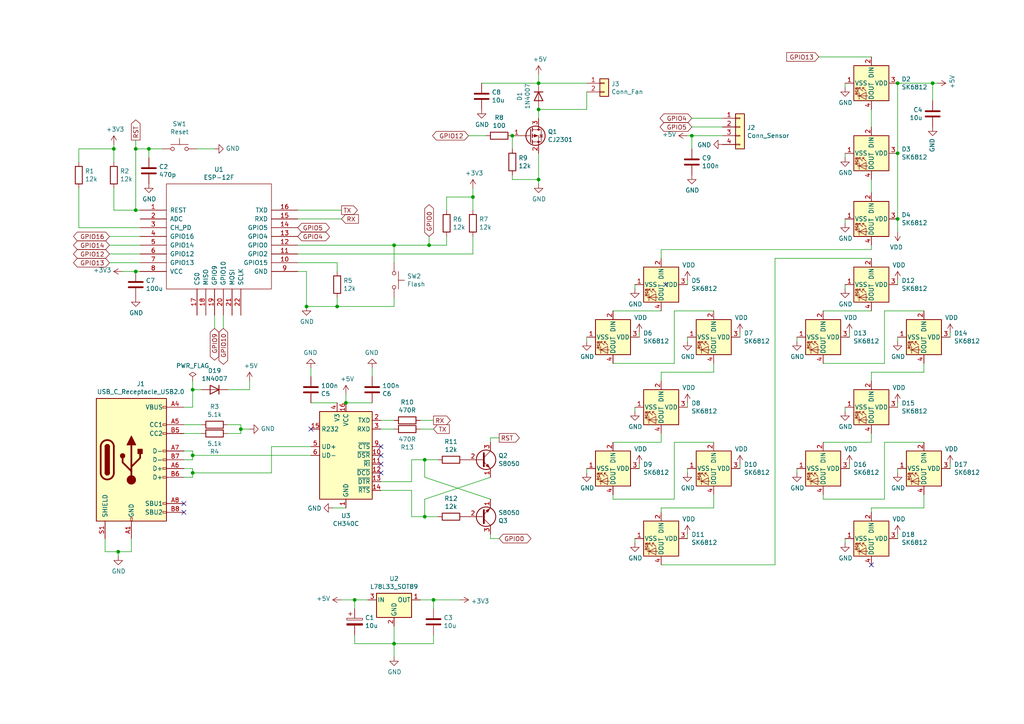
<source format=kicad_sch>
(kicad_sch (version 20230121) (generator eeschema)
  (paper "A4")
  (lib_symbols
    (symbol "Connector:USB_C_Receptacle_USB2.0" (pin_names (offset 1.016))
      (property "Reference" "J" (at -10.16 19.05 0))
      (property "Value" "USB_C_Receptacle_USB2.0" (at 19.05 19.05 0))
      (symbol "USB_C_Receptacle_USB2.0_1_1"
        (pin passive line (at 0 -22.86 90) (length 5.08) (name "GND") (number "A1"))
        (pin passive line (at 0 -22.86 90) (length 5.08) hide (name "GND") (number "A12"))
        (pin passive line (at 15.24 15.24 180) (length 5.08) (name "VBUS") (number "A4"))
        (pin bidirectional line (at 15.24 10.16 180) (length 5.08) (name "CC1") (number "A5"))
        (pin bidirectional line (at 15.24 -2.54 180) (length 5.08) (name "D+") (number "A6"))
        (pin bidirectional line (at 15.24 2.54 180) (length 5.08) (name "D-") (number "A7"))
        (pin bidirectional line (at 15.24 -12.7 180) (length 5.08) (name "SBU1") (number "A8"))
        (pin passive line (at 15.24 15.24 180) (length 5.08) hide (name "VBUS") (number "A9"))
        (pin passive line (at 0 -22.86 90) (length 5.08) hide (name "GND") (number "B1"))
        (pin passive line (at 0 -22.86 90) (length 5.08) hide (name "GND") (number "B12"))
        (pin passive line (at 15.24 15.24 180) (length 5.08) hide (name "VBUS") (number "B4"))
        (pin bidirectional line (at 15.24 7.62 180) (length 5.08) (name "CC2") (number "B5"))
        (pin bidirectional line (at 15.24 -5.08 180) (length 5.08) (name "D+") (number "B6"))
        (pin bidirectional line (at 15.24 0 180) (length 5.08) (name "D-") (number "B7"))
        (pin bidirectional line (at 15.24 -15.24 180) (length 5.08) (name "SBU2") (number "B8"))
        (pin passive line (at 15.24 15.24 180) (length 5.08) hide (name "VBUS") (number "B9"))
        (pin passive line (at -7.62 -22.86 90) (length 5.08) (name "SHIELD") (number "S1"))
      )
    )
    (symbol "Connector_Generic:Conn_01x02" (pin_names (offset 1.016) hide)
      (property "Reference" "J" (at 0 2.54 0))
      (property "Value" "Conn_01x02" (at 0 -5.08 0))
      (symbol "Conn_01x02_1_1"
        (pin passive line (at -5.08 0 0) (length 3.81) (name "Pin_1") (number "1"))
        (pin passive line (at -5.08 -2.54 0) (length 3.81) (name "Pin_2") (number "2"))
      )
    )
    (symbol "Connector_Generic:Conn_01x04" (pin_names (offset 1.016) hide)
      (property "Reference" "J" (at 0 5.08 0))
      (property "Value" "Conn_01x04" (at 0 -7.62 0))
      (symbol "Conn_01x04_1_1"
        (pin passive line (at -5.08 2.54 0) (length 3.81) (name "Pin_1") (number "1"))
        (pin passive line (at -5.08 0 0) (length 3.81) (name "Pin_2") (number "2"))
        (pin passive line (at -5.08 -2.54 0) (length 3.81) (name "Pin_3") (number "3"))
        (pin passive line (at -5.08 -5.08 0) (length 3.81) (name "Pin_4") (number "4"))
      )
    )
    (symbol "Device:C" (pin_numbers hide) (pin_names (offset 0.254))
      (property "Reference" "C" (at 0.635 2.54 0))
      (property "Value" "C" (at 0.635 -2.54 0))
      (symbol "C_1_1"
        (pin passive line (at 0 3.81 270) (length 2.794) (name "~") (number "1"))
        (pin passive line (at 0 -3.81 90) (length 2.794) (name "~") (number "2"))
      )
    )
    (symbol "Device:Q_PMOS_GSD" (pin_names (offset 0) hide)
      (property "Reference" "Q" (at 5.08 1.27 0))
      (property "Value" "Q_PMOS_GSD" (at 5.08 -1.27 0))
      (symbol "Q_PMOS_GSD_1_1"
        (pin input line (at -5.08 0 0) (length 2.54) (name "G") (number "1"))
        (pin passive line (at 2.54 -5.08 90) (length 2.54) (name "S") (number "2"))
        (pin passive line (at 2.54 5.08 270) (length 2.54) (name "D") (number "3"))
      )
    )
    (symbol "Device:R" (pin_numbers hide) (pin_names (offset 0))
      (property "Reference" "R" (at 2.032 0 90))
      (property "Value" "R" (at 0 0 90))
      (symbol "R_1_1"
        (pin passive line (at 0 3.81 270) (length 1.27) (name "~") (number "1"))
        (pin passive line (at 0 -3.81 90) (length 1.27) (name "~") (number "2"))
      )
    )
    (symbol "Diode:1N4007" (pin_numbers hide) (pin_names hide)
      (property "Reference" "D" (at 0 2.54 0))
      (property "Value" "1N4007" (at 0 -2.54 0))
      (symbol "1N4007_1_1"
        (pin passive line (at -3.81 0 0) (length 2.54) (name "K") (number "1"))
        (pin passive line (at 3.81 0 180) (length 2.54) (name "A") (number "2"))
      )
    )
    (symbol "Interface_USB:CH340C"
      (property "Reference" "U" (at -5.08 13.97 0))
      (property "Value" "CH340C" (at 1.27 13.97 0))
      (symbol "CH340C_1_1"
        (pin power_in line (at 0 -15.24 90) (length 2.54) (name "GND") (number "1"))
        (pin input line (at 10.16 0 180) (length 2.54) (name "~{DSR}") (number "10"))
        (pin input line (at 10.16 -2.54 180) (length 2.54) (name "~{RI}") (number "11"))
        (pin input line (at 10.16 -5.08 180) (length 2.54) (name "~{DCD}") (number "12"))
        (pin output line (at 10.16 -7.62 180) (length 2.54) (name "~{DTR}") (number "13"))
        (pin output line (at 10.16 -10.16 180) (length 2.54) (name "~{RTS}") (number "14"))
        (pin input line (at -10.16 7.62 0) (length 2.54) (name "R232") (number "15"))
        (pin power_in line (at 0 15.24 270) (length 2.54) (name "VCC") (number "16"))
        (pin output line (at 10.16 10.16 180) (length 2.54) (name "TXD") (number "2"))
        (pin input line (at 10.16 7.62 180) (length 2.54) (name "RXD") (number "3"))
        (pin passive line (at -2.54 15.24 270) (length 2.54) (name "V3") (number "4"))
        (pin bidirectional line (at -10.16 2.54 0) (length 2.54) (name "UD+") (number "5"))
        (pin bidirectional line (at -10.16 0 0) (length 2.54) (name "UD-") (number "6"))
        (pin no_connect line (at -7.62 -7.62 0) (length 2.54) hide (name "NC") (number "7"))
        (pin no_connect line (at -7.62 -10.16 0) (length 2.54) hide (name "NC") (number "8"))
        (pin input line (at 10.16 2.54 180) (length 2.54) (name "~{CTS}") (number "9"))
      )
    )
    (symbol "LED:SK6812" (pin_names (offset 0.254))
      (property "Reference" "D" (at 5.08 5.715 0))
      (property "Value" "SK6812" (at 1.27 -5.715 0))
      (symbol "SK6812_0_0"
        (text "RGB" (at 2.286 -4.191 0) (effects (font (size 0.762 0.762))))
      )
      (symbol "SK6812_1_1"
        (pin power_in line (at 0 -7.62 90) (length 2.54) (name "VSS") (number "1"))
        (pin input line (at -7.62 0 0) (length 2.54) (name "DIN") (number "2"))
        (pin power_in line (at 0 7.62 270) (length 2.54) (name "VDD") (number "3"))
        (pin output line (at 7.62 0 180) (length 2.54) (name "DOUT") (number "4"))
      )
    )
    (symbol "Regulator_Linear:L78L33_SOT89" (pin_names (offset 0.254))
      (property "Reference" "U" (at -3.81 3.175 0))
      (property "Value" "L78L33_SOT89" (at -0.635 3.175 0))
      (symbol "L78L33_SOT89_1_1"
        (pin power_out line (at 7.62 0 180) (length 2.54) (name "OUT") (number "1"))
        (pin power_in line (at 0 -7.62 90) (length 2.54) (name "GND") (number "2"))
        (pin power_in line (at -7.62 0 0) (length 2.54) (name "IN") (number "3"))
      )
    )
    (symbol "Switch:SW_Push" (pin_numbers hide) (pin_names (offset 1.016) hide)
      (property "Reference" "SW" (at 1.27 2.54 0))
      (property "Value" "SW_Push" (at 0 -1.524 0))
      (symbol "SW_Push_0_1"
        (pin passive line (at -5.08 0 0) (length 2.54) (name "1") (number "1"))
        (pin passive line (at 5.08 0 180) (length 2.54) (name "2") (number "2"))
      )
    )
    (symbol "Transistor_BJT:S8050" (pin_names (offset 0) hide)
      (property "Reference" "Q" (at 5.08 1.905 0))
      (property "Value" "S8050" (at 5.08 0 0))
      (symbol "S8050_1_1"
        (pin passive line (at 2.54 -5.08 90) (length 2.54) (name "E") (number "1"))
        (pin input line (at -5.08 0 0) (length 5.08) (name "B") (number "2"))
        (pin passive line (at 2.54 5.08 270) (length 2.54) (name "C") (number "3"))
      )
    )
    (symbol "espriktning-rescue:+3.3V-power" (power) (pin_names (offset 0))
      (property "Value" "+3.3V-power" (at 0 3.556 0))
      (symbol "+3.3V-power_1_1"
        (pin power_in line (at 0 0 90) (length 0) hide (name "+3V3") (number "1"))
      )
    )
    (symbol "espriktning-rescue:CP-Device" (pin_numbers hide) (pin_names (offset 0.254))
      (property "Reference" "C" (at 0.635 2.54 0))
      (property "Value" "Device_CP" (at 0.635 -2.54 0))
      (symbol "CP-Device_1_1"
        (pin passive line (at 0 3.81 270) (length 2.794) (name "~") (number "1"))
        (pin passive line (at 0 -3.81 90) (length 2.794) (name "~") (number "2"))
      )
    )
    (symbol "espriktning-rescue:ESP-12F-ESP8266" (pin_names (offset 1.016))
      (property "Reference" "U" (at 0 -2.54 0))
      (property "Value" "ESP8266_ESP-12F" (at 0 2.54 0))
      (symbol "ESP-12F-ESP8266_1_1"
        (pin input line (at -22.86 7.62 0) (length 7.62) (name "REST") (number "1"))
        (pin bidirectional line (at 22.86 -7.62 180) (length 7.62) (name "GPIO15") (number "10"))
        (pin bidirectional line (at 22.86 -5.08 180) (length 7.62) (name "GPIO2") (number "11"))
        (pin bidirectional line (at 22.86 -2.54 180) (length 7.62) (name "GPIO0") (number "12"))
        (pin bidirectional line (at 22.86 0 180) (length 7.62) (name "GPIO4") (number "13"))
        (pin bidirectional line (at 22.86 2.54 180) (length 7.62) (name "GPIO5") (number "14"))
        (pin input line (at 22.86 5.08 180) (length 7.62) (name "RXD") (number "15"))
        (pin output line (at 22.86 7.62 180) (length 7.62) (name "TXD") (number "16"))
        (pin bidirectional line (at -6.35 -22.86 90) (length 7.62) (name "CS0") (number "17"))
        (pin bidirectional line (at -3.81 -22.86 90) (length 7.62) (name "MISO") (number "18"))
        (pin bidirectional line (at -1.27 -22.86 90) (length 7.62) (name "GPIO9") (number "19"))
        (pin passive line (at -22.86 5.08 0) (length 7.62) (name "ADC") (number "2"))
        (pin bidirectional line (at 1.27 -22.86 90) (length 7.62) (name "GPIO10") (number "20"))
        (pin bidirectional line (at 3.81 -22.86 90) (length 7.62) (name "MOSI") (number "21"))
        (pin bidirectional line (at 6.35 -22.86 90) (length 7.62) (name "SCLK") (number "22"))
        (pin input line (at -22.86 2.54 0) (length 7.62) (name "CH_PD") (number "3"))
        (pin bidirectional line (at -22.86 0 0) (length 7.62) (name "GPIO16") (number "4"))
        (pin bidirectional line (at -22.86 -2.54 0) (length 7.62) (name "GPIO14") (number "5"))
        (pin bidirectional line (at -22.86 -5.08 0) (length 7.62) (name "GPIO12") (number "6"))
        (pin bidirectional line (at -22.86 -7.62 0) (length 7.62) (name "GPIO13") (number "7"))
        (pin power_in line (at -22.86 -10.16 0) (length 7.62) (name "VCC") (number "8"))
        (pin power_in line (at 22.86 -10.16 180) (length 7.62) (name "GND") (number "9"))
      )
    )
    (symbol "power:+5V" (power) (pin_names (offset 0))
      (property "Value" "+5V" (at 0 3.556 0))
      (symbol "+5V_1_1"
        (pin power_in line (at 0 0 90) (length 0) hide (name "+5V") (number "1"))
      )
    )
    (symbol "power:GND" (power) (pin_names (offset 0))
      (property "Value" "GND" (at 0 -3.81 0))
      (symbol "GND_1_1"
        (pin power_in line (at 0 0 270) (length 0) hide (name "GND") (number "1"))
      )
    )
    (symbol "power:PWR_FLAG" (power) (pin_numbers hide) (pin_names (offset 0) hide)
      (property "Value" "PWR_FLAG" (at 0 3.81 0))
      (symbol "PWR_FLAG_0_0"
        (pin power_out line (at 0 0 90) (length 0) (name "pwr") (number "1"))
      )
    )
    (symbol "power:VDD" (power) (pin_names (offset 0))
      (property "Value" "VDD" (at 0 3.81 0))
      (symbol "VDD_1_1"
        (pin power_in line (at 0 0 90) (length 0) hide (name "VDD") (number "1"))
      )
    )
  )
  (junction (at 260.35 24.13))
  (junction (at 39.37 78.74))
  (junction (at 137.16 57.15))
  (junction (at 270.51 24.13))
  (junction (at 260.35 63.5))
  (junction (at 124.46 71.12))
  (junction (at 148.59 39.37))
  (junction (at 55.88 113.03))
  (junction (at 260.35 44.45))
  (junction (at 156.21 52.07))
  (junction (at 88.9 88.9))
  (junction (at 114.3 71.12))
  (junction (at 200.66 39.37))
  (junction (at 34.29 160.02))
  (junction (at 43.18 43.18))
  (junction (at 156.21 24.13))
  (junction (at 114.3 186.69))
  (junction (at 100.33 116.84))
  (junction (at 125.73 173.99))
  (junction (at 123.19 133.35))
  (junction (at 102.87 173.99))
  (junction (at 55.88 132.08))
  (junction (at 97.79 88.9))
  (junction (at 69.85 124.46))
  (junction (at 156.21 31.75))
  (junction (at 123.19 149.86))
  (junction (at 33.02 43.18))
  (junction (at 39.37 43.18))
  (junction (at 55.88 137.16))
  (junction (at 39.37 60.96))
  (no_connect (at 110.49 137.16))
  (no_connect (at 90.17 124.46))
  (no_connect (at 193.04 82.55))
  (no_connect (at 53.34 146.05))
  (no_connect (at 110.49 132.08))
  (no_connect (at 252.73 163.83))
  (no_connect (at 110.49 129.54))
  (no_connect (at 110.49 134.62))
  (no_connect (at 53.34 148.59))
  (wire (pts (xy 34.29 161.29) (xy 34.29 160.02)))
  (wire (pts (xy 40.64 73.66) (xy 31.75 73.66)))
  (wire (pts (xy 40.64 71.12) (xy 31.75 71.12)))
  (wire (pts (xy 53.34 118.11) (xy 55.88 118.11)))
  (wire (pts (xy 156.21 34.29) (xy 156.21 31.75)))
  (wire (pts (xy 142.24 127) (xy 144.78 127)))
  (wire (pts (xy 125.73 124.46) (xy 121.92 124.46)))
  (wire (pts (xy 252.73 128.27) (xy 238.76 128.27)))
  (wire (pts (xy 125.73 186.69) (xy 114.3 186.69)))
  (wire (pts (xy 86.36 60.96) (xy 99.06 60.96)))
  (wire (pts (xy 170.18 24.13) (xy 156.21 24.13)))
  (wire (pts (xy 267.97 105.41) (xy 267.97 107.95)))
  (wire (pts (xy 260.35 24.13) (xy 260.35 44.45)))
  (wire (pts (xy 252.73 147.32) (xy 252.73 148.59)))
  (wire (pts (xy 246.38 135.89) (xy 246.38 134.62)))
  (wire (pts (xy 66.04 123.19) (xy 69.85 123.19)))
  (wire (pts (xy 114.3 186.69) (xy 102.87 186.69)))
  (wire (pts (xy 125.73 121.92) (xy 121.92 121.92)))
  (wire (pts (xy 114.3 88.9) (xy 97.79 88.9)))
  (wire (pts (xy 252.73 125.73) (xy 252.73 128.27)))
  (wire (pts (xy 78.74 137.16) (xy 78.74 129.54)))
  (wire (pts (xy 114.3 71.12) (xy 124.46 71.12)))
  (wire (pts (xy 191.77 107.95) (xy 191.77 110.49)))
  (wire (pts (xy 102.87 176.53) (xy 102.87 173.99)))
  (wire (pts (xy 148.59 52.07) (xy 156.21 52.07)))
  (wire (pts (xy 102.87 186.69) (xy 102.87 184.15)))
  (wire (pts (xy 64.77 95.25) (xy 64.77 91.44)))
  (wire (pts (xy 156.21 44.45) (xy 156.21 52.07)))
  (wire (pts (xy 191.77 72.39) (xy 191.77 74.93)))
  (wire (pts (xy 142.24 128.27) (xy 142.24 127)))
  (wire (pts (xy 39.37 43.18) (xy 39.37 60.96)))
  (wire (pts (xy 69.85 123.19) (xy 69.85 124.46)))
  (wire (pts (xy 66.04 113.03) (xy 72.39 113.03)))
  (wire (pts (xy 124.46 71.12) (xy 129.54 71.12)))
  (wire (pts (xy 170.18 26.67) (xy 170.18 31.75)))
  (wire (pts (xy 260.35 63.5) (xy 260.35 67.31)))
  (wire (pts (xy 207.01 107.95) (xy 191.77 107.95)))
  (wire (pts (xy 97.79 88.9) (xy 88.9 88.9)))
  (wire (pts (xy 114.3 88.9) (xy 114.3 86.36)))
  (wire (pts (xy 137.16 57.15) (xy 137.16 54.61)))
  (wire (pts (xy 102.87 173.99) (xy 99.06 173.99)))
  (wire (pts (xy 275.59 135.89) (xy 275.59 134.62)))
  (wire (pts (xy 69.85 125.73) (xy 66.04 125.73)))
  (wire (pts (xy 86.36 76.2) (xy 97.79 76.2)))
  (wire (pts (xy 30.48 160.02) (xy 34.29 160.02)))
  (wire (pts (xy 62.23 43.18) (xy 57.15 43.18)))
  (wire (pts (xy 267.97 107.95) (xy 252.73 107.95)))
  (wire (pts (xy 260.35 97.79) (xy 260.35 99.06)))
  (wire (pts (xy 245.11 157.48) (xy 245.11 156.21)))
  (wire (pts (xy 156.21 52.07) (xy 156.21 53.34)))
  (wire (pts (xy 245.11 119.38) (xy 245.11 118.11)))
  (wire (pts (xy 137.16 73.66) (xy 137.16 68.58)))
  (wire (pts (xy 90.17 109.22) (xy 90.17 106.68)))
  (wire (pts (xy 55.88 110.49) (xy 55.88 113.03)))
  (wire (pts (xy 199.39 118.11) (xy 199.39 116.84)))
  (wire (pts (xy 34.29 160.02) (xy 38.1 160.02)))
  (wire (pts (xy 177.8 143.51) (xy 177.8 144.78)))
  (wire (pts (xy 267.97 147.32) (xy 252.73 147.32)))
  (wire (pts (xy 200.66 36.83) (xy 209.55 36.83)))
  (wire (pts (xy 55.88 133.35) (xy 53.34 133.35)))
  (wire (pts (xy 199.39 137.16) (xy 199.39 135.89)))
  (wire (pts (xy 156.21 24.13) (xy 139.7 24.13)))
  (wire (pts (xy 260.35 24.13) (xy 270.51 24.13)))
  (wire (pts (xy 256.54 90.17) (xy 267.97 90.17)))
  (wire (pts (xy 270.51 24.13) (xy 271.78 24.13)))
  (wire (pts (xy 252.73 36.83) (xy 252.73 31.75)))
  (wire (pts (xy 245.11 64.77) (xy 245.11 63.5)))
  (wire (pts (xy 39.37 60.96) (xy 40.64 60.96)))
  (wire (pts (xy 58.42 125.73) (xy 53.34 125.73)))
  (wire (pts (xy 58.42 113.03) (xy 55.88 113.03)))
  (wire (pts (xy 207.01 143.51) (xy 207.01 147.32)))
  (wire (pts (xy 119.38 133.35) (xy 123.19 133.35)))
  (wire (pts (xy 256.54 144.78) (xy 256.54 128.27)))
  (wire (pts (xy 30.48 156.21) (xy 30.48 160.02)))
  (wire (pts (xy 72.39 113.03) (xy 72.39 110.49)))
  (wire (pts (xy 238.76 143.51) (xy 238.76 144.78)))
  (wire (pts (xy 270.51 29.21) (xy 270.51 24.13)))
  (wire (pts (xy 123.19 133.35) (xy 127 133.35)))
  (wire (pts (xy 114.3 121.92) (xy 110.49 121.92)))
  (wire (pts (xy 129.54 57.15) (xy 137.16 57.15)))
  (wire (pts (xy 185.42 97.79) (xy 185.42 96.52)))
  (wire (pts (xy 55.88 138.43) (xy 53.34 138.43)))
  (wire (pts (xy 121.92 173.99) (xy 125.73 173.99)))
  (wire (pts (xy 256.54 128.27) (xy 267.97 128.27)))
  (wire (pts (xy 224.79 163.83) (xy 224.79 74.93)))
  (wire (pts (xy 86.36 73.66) (xy 137.16 73.66)))
  (wire (pts (xy 39.37 43.18) (xy 43.18 43.18)))
  (wire (pts (xy 114.3 124.46) (xy 110.49 124.46)))
  (wire (pts (xy 184.15 83.82) (xy 184.15 82.55)))
  (wire (pts (xy 100.33 147.32) (xy 96.52 147.32)))
  (wire (pts (xy 195.58 105.41) (xy 195.58 90.17)))
  (wire (pts (xy 86.36 63.5) (xy 99.06 63.5)))
  (wire (pts (xy 260.35 118.11) (xy 260.35 116.84)))
  (wire (pts (xy 209.55 39.37) (xy 200.66 39.37)))
  (wire (pts (xy 53.34 130.81) (xy 55.88 130.81)))
  (wire (pts (xy 195.58 144.78) (xy 195.58 128.27)))
  (wire (pts (xy 191.77 128.27) (xy 177.8 128.27)))
  (wire (pts (xy 214.63 97.79) (xy 214.63 96.52)))
  (wire (pts (xy 119.38 142.24) (xy 119.38 149.86)))
  (wire (pts (xy 22.86 54.61) (xy 22.86 66.04)))
  (wire (pts (xy 33.02 43.18) (xy 33.02 46.99)))
  (wire (pts (xy 199.39 156.21) (xy 199.39 154.94)))
  (wire (pts (xy 256.54 105.41) (xy 256.54 90.17)))
  (wire (pts (xy 133.35 173.99) (xy 125.73 173.99)))
  (wire (pts (xy 39.37 43.18) (xy 39.37 40.64)))
  (wire (pts (xy 86.36 71.12) (xy 114.3 71.12)))
  (wire (pts (xy 191.77 163.83) (xy 224.79 163.83)))
  (wire (pts (xy 252.73 55.88) (xy 252.73 52.07)))
  (wire (pts (xy 185.42 135.89) (xy 185.42 134.62)))
  (wire (pts (xy 260.35 156.21) (xy 260.35 154.94)))
  (wire (pts (xy 224.79 74.93) (xy 252.73 74.93)))
  (wire (pts (xy 55.88 132.08) (xy 90.17 132.08)))
  (wire (pts (xy 260.35 137.16) (xy 260.35 135.89)))
  (wire (pts (xy 245.11 25.4) (xy 245.11 24.13)))
  (wire (pts (xy 22.86 43.18) (xy 33.02 43.18)))
  (wire (pts (xy 195.58 128.27) (xy 207.01 128.27)))
  (wire (pts (xy 214.63 135.89) (xy 214.63 134.62)))
  (wire (pts (xy 58.42 123.19) (xy 53.34 123.19)))
  (wire (pts (xy 119.38 149.86) (xy 123.19 149.86)))
  (wire (pts (xy 195.58 90.17) (xy 207.01 90.17)))
  (wire (pts (xy 140.97 39.37) (xy 135.89 39.37)))
  (wire (pts (xy 55.88 137.16) (xy 55.88 138.43)))
  (wire (pts (xy 114.3 76.2) (xy 114.3 71.12)))
  (wire (pts (xy 33.02 54.61) (xy 33.02 60.96)))
  (wire (pts (xy 106.68 173.99) (xy 102.87 173.99)))
  (wire (pts (xy 245.11 83.82) (xy 245.11 82.55)))
  (wire (pts (xy 142.24 156.21) (xy 142.24 154.94)))
  (wire (pts (xy 199.39 82.55) (xy 199.39 81.28)))
  (wire (pts (xy 107.95 109.22) (xy 107.95 106.68)))
  (wire (pts (xy 110.49 139.7) (xy 119.38 139.7)))
  (wire (pts (xy 88.9 78.74) (xy 88.9 88.9)))
  (wire (pts (xy 144.78 156.21) (xy 142.24 156.21)))
  (wire (pts (xy 245.11 45.72) (xy 245.11 44.45)))
  (wire (pts (xy 114.3 181.61) (xy 114.3 186.69)))
  (wire (pts (xy 100.33 116.84) (xy 100.33 114.3)))
  (wire (pts (xy 35.56 78.74) (xy 39.37 78.74)))
  (wire (pts (xy 124.46 68.58) (xy 124.46 71.12)))
  (wire (pts (xy 39.37 78.74) (xy 40.64 78.74)))
  (wire (pts (xy 207.01 147.32) (xy 191.77 147.32)))
  (wire (pts (xy 72.39 124.46) (xy 69.85 124.46)))
  (wire (pts (xy 275.59 97.79) (xy 275.59 96.52)))
  (wire (pts (xy 252.73 16.51) (xy 237.49 16.51)))
  (wire (pts (xy 97.79 86.36) (xy 97.79 88.9)))
  (wire (pts (xy 33.02 60.96) (xy 39.37 60.96)))
  (wire (pts (xy 246.38 97.79) (xy 246.38 96.52)))
  (wire (pts (xy 114.3 190.5) (xy 114.3 186.69)))
  (wire (pts (xy 125.73 173.99) (xy 125.73 176.53)))
  (wire (pts (xy 170.18 31.75) (xy 156.21 31.75)))
  (wire (pts (xy 107.95 116.84) (xy 100.33 116.84)))
  (wire (pts (xy 137.16 57.15) (xy 137.16 60.96)))
  (wire (pts (xy 184.15 157.48) (xy 184.15 156.21)))
  (wire (pts (xy 55.88 132.08) (xy 55.88 133.35)))
  (wire (pts (xy 207.01 105.41) (xy 207.01 107.95)))
  (wire (pts (xy 55.88 137.16) (xy 78.74 137.16)))
  (wire (pts (xy 123.19 138.43) (xy 123.19 133.35)))
  (wire (pts (xy 129.54 71.12) (xy 129.54 68.58)))
  (wire (pts (xy 53.34 135.89) (xy 55.88 135.89)))
  (wire (pts (xy 40.64 68.58) (xy 31.75 68.58)))
  (wire (pts (xy 22.86 46.99) (xy 22.86 43.18)))
  (wire (pts (xy 62.23 95.25) (xy 62.23 91.44)))
  (wire (pts (xy 252.73 107.95) (xy 252.73 110.49)))
  (wire (pts (xy 170.18 137.16) (xy 170.18 135.89)))
  (wire (pts (xy 123.19 144.78) (xy 142.24 138.43)))
  (wire (pts (xy 142.24 144.78) (xy 123.19 138.43)))
  (wire (pts (xy 148.59 43.18) (xy 148.59 39.37)))
  (wire (pts (xy 252.73 72.39) (xy 191.77 72.39)))
  (wire (pts (xy 55.88 135.89) (xy 55.88 137.16)))
  (wire (pts (xy 97.79 116.84) (xy 90.17 116.84)))
  (wire (pts (xy 33.02 41.91) (xy 33.02 43.18)))
  (wire (pts (xy 191.77 90.17) (xy 177.8 90.17)))
  (wire (pts (xy 231.14 137.16) (xy 231.14 135.89)))
  (wire (pts (xy 156.21 24.13) (xy 156.21 21.59)))
  (wire (pts (xy 267.97 143.51) (xy 267.97 147.32)))
  (wire (pts (xy 252.73 90.17) (xy 238.76 90.17)))
  (wire (pts (xy 170.18 97.79) (xy 170.18 99.06)))
  (wire (pts (xy 191.77 125.73) (xy 191.77 128.27)))
  (wire (pts (xy 200.66 39.37) (xy 199.39 39.37)))
  (wire (pts (xy 200.66 43.18) (xy 200.66 39.37)))
  (wire (pts (xy 55.88 113.03) (xy 55.88 118.11)))
  (wire (pts (xy 184.15 119.38) (xy 184.15 118.11)))
  (wire (pts (xy 238.76 105.41) (xy 256.54 105.41)))
  (wire (pts (xy 55.88 130.81) (xy 55.88 132.08)))
  (wire (pts (xy 252.73 71.12) (xy 252.73 72.39)))
  (wire (pts (xy 125.73 184.15) (xy 125.73 186.69)))
  (wire (pts (xy 22.86 66.04) (xy 40.64 66.04)))
  (wire (pts (xy 97.79 76.2) (xy 97.79 78.74)))
  (wire (pts (xy 200.66 34.29) (xy 209.55 34.29)))
  (wire (pts (xy 123.19 149.86) (xy 123.19 144.78)))
  (wire (pts (xy 195.58 144.78) (xy 177.8 144.78)))
  (wire (pts (xy 43.18 45.72) (xy 43.18 43.18)))
  (wire (pts (xy 148.59 50.8) (xy 148.59 52.07)))
  (wire (pts (xy 78.74 129.54) (xy 90.17 129.54)))
  (wire (pts (xy 123.19 149.86) (xy 127 149.86)))
  (wire (pts (xy 40.64 76.2) (xy 31.75 76.2)))
  (wire (pts (xy 38.1 160.02) (xy 38.1 156.21)))
  (wire (pts (xy 110.49 142.24) (xy 119.38 142.24)))
  (wire (pts (xy 43.18 43.18) (xy 46.99 43.18)))
  (wire (pts (xy 260.35 82.55) (xy 260.35 81.28)))
  (wire (pts (xy 238.76 144.78) (xy 256.54 144.78)))
  (wire (pts (xy 199.39 97.79) (xy 199.39 99.06)))
  (wire (pts (xy 177.8 105.41) (xy 195.58 105.41)))
  (wire (pts (xy 69.85 124.46) (xy 69.85 125.73)))
  (wire (pts (xy 129.54 60.96) (xy 129.54 57.15)))
  (wire (pts (xy 86.36 78.74) (xy 88.9 78.74)))
  (wire (pts (xy 231.14 97.79) (xy 231.14 99.06)))
  (wire (pts (xy 260.35 44.45) (xy 260.35 63.5)))
  (wire (pts (xy 191.77 147.32) (xy 191.77 148.59)))
  (wire (pts (xy 119.38 139.7) (xy 119.38 133.35)))
  (global_label "RST" (shape output) (at 144.78 127 0) (property "Intersheetrefs" "${INTERSHEET_REFS}" (effects hide)))
  (global_label "GPIO4" (shape bidirectional) (at 86.36 68.58 0) (property "Intersheetrefs" "${INTERSHEET_REFS}" (effects hide)))
  (global_label "GPIO14" (shape bidirectional) (at 31.75 71.12 180) (property "Intersheetrefs" "${INTERSHEET_REFS}" (effects hide)))
  (global_label "TX" (shape output) (at 99.06 60.96 0) (property "Intersheetrefs" "${INTERSHEET_REFS}" (effects hide)))
  (global_label "GPIO4" (shape bidirectional) (at 200.66 34.29 180) (property "Intersheetrefs" "${INTERSHEET_REFS}" (effects hide)))
  (global_label "GPIO10" (shape bidirectional) (at 64.77 95.25 270) (property "Intersheetrefs" "${INTERSHEET_REFS}" (effects hide)))
  (global_label "GPIO13" (shape bidirectional) (at 31.75 76.2 180) (property "Intersheetrefs" "${INTERSHEET_REFS}" (effects hide)))
  (global_label "RX" (shape input) (at 99.06 63.5 0) (property "Intersheetrefs" "${INTERSHEET_REFS}" (effects hide)))
  (global_label "RST" (shape output) (at 39.37 40.64 90) (property "Intersheetrefs" "${INTERSHEET_REFS}" (effects hide)))
  (global_label "GPIO12" (shape bidirectional) (at 31.75 73.66 180) (property "Intersheetrefs" "${INTERSHEET_REFS}" (effects hide)))
  (global_label "RX" (shape output) (at 125.73 121.92 0) (property "Intersheetrefs" "${INTERSHEET_REFS}" (effects hide)))
  (global_label "GPIO5" (shape bidirectional) (at 200.66 36.83 180) (property "Intersheetrefs" "${INTERSHEET_REFS}" (effects hide)))
  (global_label "GPIO0" (shape bidirectional) (at 124.46 68.58 90) (property "Intersheetrefs" "${INTERSHEET_REFS}" (effects hide)))
  (global_label "TX" (shape input) (at 125.73 124.46 0) (property "Intersheetrefs" "${INTERSHEET_REFS}" (effects hide)))
  (global_label "GPIO0" (shape bidirectional) (at 144.78 156.21 0) (property "Intersheetrefs" "${INTERSHEET_REFS}" (effects hide)))
  (global_label "GPIO13" (shape input) (at 237.49 16.51 180) (property "Intersheetrefs" "${INTERSHEET_REFS}" (effects hide)))
  (global_label "GPIO5" (shape bidirectional) (at 86.36 66.04 0) (property "Intersheetrefs" "${INTERSHEET_REFS}" (effects hide)))
  (global_label "GPIO12" (shape bidirectional) (at 135.89 39.37 180) (property "Intersheetrefs" "${INTERSHEET_REFS}" (effects hide)))
  (global_label "GPIO16" (shape bidirectional) (at 31.75 68.58 180) (property "Intersheetrefs" "${INTERSHEET_REFS}" (effects hide)))
  (global_label "GPIO9" (shape bidirectional) (at 62.23 95.25 270) (property "Intersheetrefs" "${INTERSHEET_REFS}" (effects hide)))
  (symbol (lib_id "espriktning-rescue:ESP-12F-ESP8266") (at 63.5 68.58 0) (unit 1)
    (property "Reference" "U1" (at 63.5 49.149 0))
    (property "Value" "ESP-12F" (at 63.5 51.4604 0))
    (property "Footprint" "ESP8266:ESP-12E_SMD" (effects hide))
  )
  (symbol (lib_id "Device:R") (at 33.02 50.8 0) (unit 1)
    (property "Reference" "R2" (at 34.798 49.6316 0) (effects (justify left)))
    (property "Value" "12k" (at 34.798 51.943 0) (effects (justify left)))
    (property "Footprint" "Resistor_SMD:R_0603_1608Metric" (effects hide))
  )
  (symbol (lib_id "Device:R") (at 22.86 50.8 0) (unit 1)
    (property "Reference" "R1" (at 24.638 49.6316 0) (effects (justify left)))
    (property "Value" "12k" (at 24.638 51.943 0) (effects (justify left)))
    (property "Footprint" "Resistor_SMD:R_0603_1608Metric" (effects hide))
  )
  (symbol (lib_id "power:GND") (at 88.9 88.9 0) (unit 1)
    (property "Reference" "#PWR08" (effects hide))
    (property "Value" "GND" (at 89.027 93.2942 0))
  )
  (symbol (lib_id "Regulator_Linear:L78L33_SOT89") (at 114.3 173.99 0) (unit 1)
    (property "Reference" "U2" (at 114.3 167.8432 0))
    (property "Value" "L78L33_SOT89" (at 114.3 170.1546 0))
    (property "Footprint" "Package_TO_SOT_SMD:SOT-89-3" (effects hide))
    (property "Datasheet" "http://www.st.com/content/ccc/resource/technical/document/datasheet/15/55/e5/aa/23/5b/43/fd/CD00000446.pdf/files/CD00000446.pdf/jcr:content/translations/en.CD00000446.pdf" (effects hide))
  )
  (symbol (lib_id "power:+5V") (at 99.06 173.99 90) (unit 1)
    (property "Reference" "#PWR09" (effects hide))
    (property "Value" "+5V" (at 95.8088 173.609 90) (effects (justify left)))
  )
  (symbol (lib_id "espriktning-rescue:CP-Device") (at 102.87 180.34 0) (unit 1)
    (property "Reference" "C1" (at 105.8672 179.1716 0) (effects (justify left)))
    (property "Value" "10u" (at 105.8672 181.483 0) (effects (justify left)))
    (property "Footprint" "Capacitor_SMD:CP_Elec_5x3" (effects hide))
  )
  (symbol (lib_id "power:GND") (at 114.3 190.5 0) (unit 1)
    (property "Reference" "#PWR012" (effects hide))
    (property "Value" "GND" (at 114.427 194.8942 0))
  )
  (symbol (lib_id "Device:Q_PMOS_GSD") (at 153.67 39.37 0) (unit 1)
    (property "Reference" "Q1" (at 158.877 38.2016 0) (effects (justify left)))
    (property "Value" "CJ2301" (at 158.877 40.513 0) (effects (justify left)))
    (property "Footprint" "Package_TO_SOT_SMD:SOT-23" (effects hide))
    (property "LCSC" "C8547" (effects hide))
  )
  (symbol (lib_id "Device:R") (at 144.78 39.37 270) (unit 1)
    (property "Reference" "R8" (at 144.78 34.1122 90))
    (property "Value" "100" (at 144.78 36.4236 90))
    (property "Footprint" "Resistor_SMD:R_0603_1608Metric" (effects hide))
  )
  (symbol (lib_id "Device:R") (at 148.59 46.99 0) (unit 1)
    (property "Reference" "R9" (at 150.368 45.8216 0) (effects (justify left)))
    (property "Value" "12k" (at 150.368 48.133 0) (effects (justify left)))
    (property "Footprint" "Resistor_SMD:R_0603_1608Metric" (effects hide))
  )
  (symbol (lib_id "power:GND") (at 156.21 53.34 0) (unit 1)
    (property "Reference" "#PWR016" (effects hide))
    (property "Value" "GND" (at 156.337 57.7342 0))
  )
  (symbol (lib_id "power:+5V") (at 156.21 21.59 0) (unit 1)
    (property "Reference" "#PWR015" (effects hide))
    (property "Value" "+5V" (at 156.591 17.1958 0))
  )
  (symbol (lib_id "Connector_Generic:Conn_01x02") (at 175.26 24.13 0) (unit 1)
    (property "Reference" "J3" (at 177.292 24.3332 0) (effects (justify left)))
    (property "Value" "Conn_Fan" (at 177.292 26.6446 0) (effects (justify left)))
    (property "Footprint" "Connector_Molex:Molex_PicoBlade_53398-0271_1x02-1MP_P1.25mm_Vertical" (effects hide))
  )
  (symbol (lib_id "Device:R") (at 97.79 82.55 0) (unit 1)
    (property "Reference" "R5" (at 99.568 81.3816 0) (effects (justify left)))
    (property "Value" "12k" (at 99.568 83.693 0) (effects (justify left)))
    (property "Footprint" "Resistor_SMD:R_0603_1608Metric" (effects hide))
  )
  (symbol (lib_id "Device:R") (at 129.54 64.77 0) (unit 1)
    (property "Reference" "R6" (at 131.318 63.6016 0) (effects (justify left)))
    (property "Value" "12k" (at 131.318 65.913 0) (effects (justify left)))
    (property "Footprint" "Resistor_SMD:R_0603_1608Metric" (effects hide))
  )
  (symbol (lib_id "Device:R") (at 137.16 64.77 0) (unit 1)
    (property "Reference" "R7" (at 138.938 63.6016 0) (effects (justify left)))
    (property "Value" "12k" (at 138.938 65.913 0) (effects (justify left)))
    (property "Footprint" "Resistor_SMD:R_0603_1608Metric" (effects hide))
  )
  (symbol (lib_id "power:GND") (at 270.51 36.83 0) (mirror y) (unit 1)
    (property "Reference" "#PWR047" (effects hide))
    (property "Value" "GND" (at 270.383 40.0812 90) (effects (justify right)))
  )
  (symbol (lib_id "Switch:SW_Push") (at 114.3 81.28 270) (unit 1)
    (property "Reference" "SW2" (at 118.0592 80.1116 90) (effects (justify left)))
    (property "Value" "Flash" (at 118.0592 82.423 90) (effects (justify left)))
    (property "Footprint" "Connector_PinHeader_1.00mm:PinHeader_1x02_P1.00mm_Vertical" (effects hide))
  )
  (symbol (lib_id "Switch:SW_Push") (at 52.07 43.18 0) (unit 1)
    (property "Reference" "SW1" (at 52.07 35.941 0))
    (property "Value" "Reset" (at 52.07 38.2524 0))
    (property "Footprint" "Connector_PinHeader_1.00mm:PinHeader_1x02_P1.00mm_Vertical" (effects hide))
  )
  (symbol (lib_id "Device:C") (at 43.18 49.53 0) (unit 1)
    (property "Reference" "C2" (at 46.101 48.3616 0) (effects (justify left)))
    (property "Value" "470p" (at 46.101 50.673 0) (effects (justify left)))
    (property "Footprint" "Capacitor_SMD:C_0603_1608Metric" (effects hide))
  )
  (symbol (lib_id "power:GND") (at 43.18 53.34 0) (unit 1)
    (property "Reference" "#PWR04" (effects hide))
    (property "Value" "GND" (at 43.307 57.7342 0))
  )
  (symbol (lib_id "Connector:USB_C_Receptacle_USB2.0") (at 38.1 133.35 0) (unit 1)
    (property "Reference" "J1" (at 40.8178 111.3282 0))
    (property "Value" "USB_C_Receptacle_USB2.0" (at 40.8178 113.6396 0))
    (property "Footprint" "espriktning:usb-c-vertical" (effects hide))
    (property "Datasheet" "https://www.usb.org/sites/default/files/documents/usb_type-c.zip" (effects hide))
    (property "LCSC" "C2689840" (effects hide))
  )
  (symbol (lib_id "power:+5V") (at 271.78 24.13 270) (mirror x) (unit 1)
    (property "Reference" "#PWR050" (effects hide))
    (property "Value" "+5V" (at 276.1742 23.749 0))
  )
  (symbol (lib_id "power:GND") (at 34.29 161.29 0) (unit 1)
    (property "Reference" "#PWR02" (effects hide))
    (property "Value" "GND" (at 34.417 165.6842 0))
  )
  (symbol (lib_id "Device:R") (at 62.23 123.19 270) (unit 1)
    (property "Reference" "R3" (at 62.23 117.9322 90))
    (property "Value" "5.1k" (at 62.23 120.2436 90))
    (property "Footprint" "Resistor_SMD:R_0603_1608Metric" (effects hide))
  )
  (symbol (lib_id "Device:R") (at 62.23 125.73 90) (unit 1)
    (property "Reference" "R4" (at 62.23 130.9878 90))
    (property "Value" "5.1k" (at 62.23 128.6764 90))
    (property "Footprint" "Resistor_SMD:R_0603_1608Metric" (effects hide))
  )
  (symbol (lib_id "power:GND") (at 72.39 124.46 90) (unit 1)
    (property "Reference" "#PWR07" (effects hide))
    (property "Value" "GND" (at 75.6412 124.333 90) (effects (justify right)))
  )
  (symbol (lib_id "power:+5V") (at 72.39 110.49 0) (unit 1)
    (property "Reference" "#PWR05" (effects hide))
    (property "Value" "+5V" (at 72.771 106.0958 0))
  )
  (symbol (lib_id "power:PWR_FLAG") (at 55.88 110.49 0) (unit 1)
    (property "Reference" "#FLG01" (effects hide))
    (property "Value" "PWR_FLAG" (at 55.88 106.0958 0))
  )
  (symbol (lib_id "Device:C") (at 270.51 33.02 0) (mirror y) (unit 1)
    (property "Reference" "C4" (at 267.589 31.8516 0) (effects (justify left)))
    (property "Value" "10u" (at 267.589 34.163 0) (effects (justify left)))
    (property "Footprint" "Capacitor_SMD:C_1206_3216Metric" (effects hide))
  )
  (symbol (lib_id "Connector_Generic:Conn_01x04") (at 214.63 36.83 0) (unit 1)
    (property "Reference" "J2" (at 216.662 37.0332 0) (effects (justify left)))
    (property "Value" "Conn_Sensor" (at 216.662 39.3446 0) (effects (justify left)))
    (property "Footprint" "Connector_Molex:Molex_PicoBlade_53398-0471_1x04-1MP_P1.25mm_Vertical" (effects hide))
  )
  (symbol (lib_id "power:+5V") (at 199.39 39.37 90) (unit 1)
    (property "Reference" "#PWR010" (effects hide))
    (property "Value" "+5V" (at 196.1388 38.989 90) (effects (justify left)))
  )
  (symbol (lib_id "power:GND") (at 62.23 43.18 90) (unit 1)
    (property "Reference" "#PWR06" (effects hide))
    (property "Value" "GND" (at 65.4812 43.053 90) (effects (justify right)))
  )
  (symbol (lib_id "power:GND") (at 209.55 41.91 270) (unit 1)
    (property "Reference" "#PWR011" (effects hide))
    (property "Value" "GND" (at 206.2988 42.037 90) (effects (justify right)))
  )
  (symbol (lib_id "LED:SK6812") (at 252.73 63.5 270) (unit 1)
    (property "Reference" "D4" (at 261.4676 62.3316 90) (effects (justify left)))
    (property "Value" "SK6812" (at 261.4676 64.643 90) (effects (justify left)))
    (property "Footprint" "espriktning:SK6812D-EC3210R" (effects hide))
    (property "Datasheet" "https://cdn-shop.adafruit.com/product-files/1138/SK6812+LED+datasheet+.pdf" (effects hide))
    (property "LCSC" "C2890041" (effects hide))
  )
  (symbol (lib_id "power:GND") (at 245.11 25.4 0) (unit 1)
    (property "Reference" "#PWR033" (effects hide))
    (property "Value" "GND" (at 245.237 29.7942 0))
  )
  (symbol (lib_id "power:GND") (at 245.11 45.72 0) (unit 1)
    (property "Reference" "#PWR034" (effects hide))
    (property "Value" "GND" (at 245.237 50.1142 0))
  )
  (symbol (lib_id "Device:C") (at 125.73 180.34 0) (unit 1)
    (property "Reference" "C3" (at 128.651 179.1716 0) (effects (justify left)))
    (property "Value" "10u" (at 128.651 181.483 0) (effects (justify left)))
    (property "Footprint" "Capacitor_SMD:C_0805_2012Metric" (effects hide))
  )
  (symbol (lib_id "power:GND") (at 245.11 64.77 0) (unit 1)
    (property "Reference" "#PWR035" (effects hide))
    (property "Value" "GND" (at 245.237 69.1642 0))
  )
  (symbol (lib_id "power:GND") (at 96.52 147.32 270) (unit 1)
    (property "Reference" "#PWR0101" (effects hide))
    (property "Value" "GND" (at 93.2688 147.447 90) (effects (justify right)))
  )
  (symbol (lib_id "Device:R") (at 118.11 121.92 270) (unit 1)
    (property "Reference" "R10" (at 118.11 116.6622 90))
    (property "Value" "470R" (at 118.11 118.9736 90))
    (property "Footprint" "Resistor_SMD:R_0603_1608Metric" (effects hide))
  )
  (symbol (lib_id "power:VDD") (at 260.35 67.31 180) (unit 1)
    (property "Reference" "#PWR041" (effects hide))
    (property "Value" "VDD" (at 259.969 71.7042 0))
  )
  (symbol (lib_id "power:VDD") (at 199.39 81.28 0) (unit 1)
    (property "Reference" "#PWR024" (effects hide))
    (property "Value" "VDD" (at 199.771 76.8858 0))
  )
  (symbol (lib_id "power:VDD") (at 185.42 96.52 0) (unit 1)
    (property "Reference" "#PWR023" (effects hide))
    (property "Value" "VDD" (at 185.801 92.1258 0))
  )
  (symbol (lib_id "power:GND") (at 184.15 83.82 0) (unit 1)
    (property "Reference" "#PWR019" (effects hide))
    (property "Value" "GND" (at 184.277 88.2142 0))
  )
  (symbol (lib_id "Device:C") (at 107.95 113.03 0) (mirror x) (unit 1)
    (property "Reference" "C6" (at 110.871 114.1984 0) (effects (justify left)))
    (property "Value" "100n" (at 110.871 111.887 0) (effects (justify left)))
    (property "Footprint" "Capacitor_SMD:C_1206_3216Metric" (effects hide))
  )
  (symbol (lib_id "power:GND") (at 107.95 106.68 180) (unit 1)
    (property "Reference" "#PWR0102" (effects hide))
    (property "Value" "GND" (at 107.823 102.2858 0))
  )
  (symbol (lib_id "power:GND") (at 199.39 99.06 0) (unit 1)
    (property "Reference" "#PWR025" (effects hide))
    (property "Value" "GND" (at 199.517 103.4542 0))
  )
  (symbol (lib_id "power:GND") (at 170.18 99.06 0) (unit 1)
    (property "Reference" "#PWR018" (effects hide))
    (property "Value" "GND" (at 170.307 103.4542 0))
  )
  (symbol (lib_id "LED:SK6812") (at 252.73 44.45 270) (unit 1)
    (property "Reference" "D3" (at 261.4676 43.2816 90) (effects (justify left)))
    (property "Value" "SK6812" (at 261.4676 45.593 90) (effects (justify left)))
    (property "Footprint" "espriktning:SK6812D-EC3210R" (effects hide))
    (property "Datasheet" "https://cdn-shop.adafruit.com/product-files/1138/SK6812+LED+datasheet+.pdf" (effects hide))
    (property "LCSC" "C2890041" (effects hide))
  )
  (symbol (lib_id "Device:C") (at 39.37 82.55 0) (unit 1)
    (property "Reference" "C7" (at 42.291 81.3816 0) (effects (justify left)))
    (property "Value" "100u" (at 42.291 83.693 0) (effects (justify left)))
    (property "Footprint" "Capacitor_SMD:C_0805_2012Metric" (effects hide))
    (property "LCSC" "C141660" (effects hide))
  )
  (symbol (lib_id "power:GND") (at 184.15 119.38 0) (unit 1)
    (property "Reference" "#PWR020" (effects hide))
    (property "Value" "GND" (at 184.277 123.7742 0))
  )
  (symbol (lib_id "power:VDD") (at 214.63 96.52 0) (unit 1)
    (property "Reference" "#PWR029" (effects hide))
    (property "Value" "VDD" (at 215.011 92.1258 0))
  )
  (symbol (lib_id "Device:R") (at 118.11 124.46 270) (mirror x) (unit 1)
    (property "Reference" "R13" (at 118.11 129.7178 90))
    (property "Value" "470R" (at 118.11 127.4064 90))
    (property "Footprint" "Resistor_SMD:R_0603_1608Metric" (effects hide))
  )
  (symbol (lib_id "power:GND") (at 170.18 137.16 0) (unit 1)
    (property "Reference" "#PWR017" (effects hide))
    (property "Value" "GND" (at 170.307 141.5542 0))
  )
  (symbol (lib_id "power:VDD") (at 199.39 116.84 0) (unit 1)
    (property "Reference" "#PWR026" (effects hide))
    (property "Value" "VDD" (at 199.771 112.4458 0))
  )
  (symbol (lib_id "power:GND") (at 199.39 137.16 0) (unit 1)
    (property "Reference" "#PWR027" (effects hide))
    (property "Value" "GND" (at 199.517 141.5542 0))
  )
  (symbol (lib_id "power:GND") (at 184.15 157.48 0) (unit 1)
    (property "Reference" "#PWR022" (effects hide))
    (property "Value" "GND" (at 184.277 161.8742 0))
  )
  (symbol (lib_id "power:GND") (at 39.37 86.36 0) (unit 1)
    (property "Reference" "#PWR0105" (effects hide))
    (property "Value" "GND" (at 39.497 90.7542 0))
  )
  (symbol (lib_id "power:VDD") (at 185.42 134.62 0) (unit 1)
    (property "Reference" "#PWR021" (effects hide))
    (property "Value" "VDD" (at 185.801 130.2258 0))
  )
  (symbol (lib_id "power:VDD") (at 214.63 134.62 0) (unit 1)
    (property "Reference" "#PWR030" (effects hide))
    (property "Value" "VDD" (at 215.011 130.2258 0))
  )
  (symbol (lib_id "power:VDD") (at 199.39 154.94 0) (unit 1)
    (property "Reference" "#PWR028" (effects hide))
    (property "Value" "VDD" (at 199.771 150.5458 0))
  )
  (symbol (lib_id "power:+5V") (at 100.33 114.3 0) (unit 1)
    (property "Reference" "#PWR0103" (effects hide))
    (property "Value" "+5V" (at 100.711 109.9058 0))
  )
  (symbol (lib_id "espriktning-rescue:+3.3V-power") (at 133.35 173.99 270) (unit 1)
    (property "Reference" "#PWR0106" (effects hide))
    (property "Value" "+3.3V" (at 136.6012 174.371 90) (effects (justify left)))
  )
  (symbol (lib_id "Transistor_BJT:S8050") (at 139.7 133.35 0) (unit 1)
    (property "Reference" "Q2" (at 144.526 132.1816 0) (effects (justify left)))
    (property "Value" "S8050" (at 144.526 134.493 0) (effects (justify left)))
    (property "Footprint" "Package_TO_SOT_SMD:SOT-23" (effects hide))
    (property "Datasheet" "http://www.unisonic.com.tw/datasheet/S8050.pdf" (effects hide))
  )
  (symbol (lib_id "Transistor_BJT:S8050") (at 139.7 149.86 0) (mirror x) (unit 1)
    (property "Reference" "Q3" (at 144.526 151.0284 0) (effects (justify left)))
    (property "Value" "S8050" (at 144.526 148.717 0) (effects (justify left)))
    (property "Footprint" "Package_TO_SOT_SMD:SOT-23" (effects hide))
    (property "Datasheet" "http://www.unisonic.com.tw/datasheet/S8050.pdf" (effects hide))
  )
  (symbol (lib_id "Device:R") (at 130.81 133.35 270) (unit 1)
    (property "Reference" "R11" (at 130.81 128.0922 90))
    (property "Value" "12k" (at 130.81 130.4036 90))
    (property "Footprint" "Resistor_SMD:R_0603_1608Metric" (effects hide))
  )
  (symbol (lib_id "Diode:1N4007") (at 156.21 27.94 270) (unit 1)
    (property "Reference" "D1" (at 150.6982 27.94 0))
    (property "Value" "1N4007" (at 153.0096 27.94 0))
    (property "Footprint" "Diode_SMD:D_SOD-323" (effects hide))
    (property "Datasheet" "http://www.vishay.com/docs/88503/1n4001.pdf" (effects hide))
  )
  (symbol (lib_id "Device:R") (at 130.81 149.86 270) (unit 1)
    (property "Reference" "R12" (at 130.81 144.6022 90))
    (property "Value" "12k" (at 130.81 146.9136 90))
    (property "Footprint" "Resistor_SMD:R_0603_1608Metric" (effects hide))
  )
  (symbol (lib_id "power:GND") (at 245.11 83.82 0) (unit 1)
    (property "Reference" "#PWR036" (effects hide))
    (property "Value" "GND" (at 245.237 88.2142 0))
  )
  (symbol (lib_id "power:GND") (at 260.35 99.06 0) (unit 1)
    (property "Reference" "#PWR043" (effects hide))
    (property "Value" "GND" (at 260.477 103.4542 0))
  )
  (symbol (lib_id "power:GND") (at 231.14 99.06 0) (unit 1)
    (property "Reference" "#PWR032" (effects hide))
    (property "Value" "GND" (at 231.267 103.4542 0))
  )
  (symbol (lib_id "power:GND") (at 245.11 119.38 0) (unit 1)
    (property "Reference" "#PWR037" (effects hide))
    (property "Value" "GND" (at 245.237 123.7742 0))
  )
  (symbol (lib_id "power:GND") (at 231.14 137.16 0) (unit 1)
    (property "Reference" "#PWR031" (effects hide))
    (property "Value" "GND" (at 231.267 141.5542 0))
  )
  (symbol (lib_id "power:GND") (at 260.35 137.16 0) (unit 1)
    (property "Reference" "#PWR045" (effects hide))
    (property "Value" "GND" (at 260.477 141.5542 0))
  )
  (symbol (lib_id "power:GND") (at 245.11 157.48 0) (unit 1)
    (property "Reference" "#PWR039" (effects hide))
    (property "Value" "GND" (at 245.237 161.8742 0))
  )
  (symbol (lib_id "LED:SK6812") (at 267.97 97.79 270) (unit 1)
    (property "Reference" "D14" (at 276.7076 96.6216 90) (effects (justify left)))
    (property "Value" "SK6812" (at 276.7076 98.933 90) (effects (justify left)))
    (property "Footprint" "espriktning:SK6812D-EC3210R" (effects hide))
    (property "Datasheet" "https://cdn-shop.adafruit.com/product-files/1138/SK6812+LED+datasheet+.pdf" (effects hide))
    (property "LCSC" "C2890041" (effects hide))
  )
  (symbol (lib_id "LED:SK6812") (at 207.01 135.89 270) (unit 1)
    (property "Reference" "D10" (at 215.7476 134.7216 90) (effects (justify left)))
    (property "Value" "SK6812" (at 215.7476 137.033 90) (effects (justify left)))
    (property "Footprint" "espriktning:SK6812D-EC3210R" (effects hide))
    (property "Datasheet" "https://cdn-shop.adafruit.com/product-files/1138/SK6812+LED+datasheet+.pdf" (effects hide))
    (property "LCSC" "C2890041" (effects hide))
  )
  (symbol (lib_id "LED:SK6812") (at 267.97 135.89 270) (unit 1)
    (property "Reference" "D17" (at 276.7076 134.7216 90) (effects (justify left)))
    (property "Value" "SK6812" (at 276.7076 137.033 90) (effects (justify left)))
    (property "Footprint" "espriktning:SK6812D-EC3210R" (effects hide))
    (property "Datasheet" "https://cdn-shop.adafruit.com/product-files/1138/SK6812+LED+datasheet+.pdf" (effects hide))
    (property "LCSC" "C2890041" (effects hide))
  )
  (symbol (lib_id "LED:SK6812") (at 252.73 118.11 270) (unit 1)
    (property "Reference" "D15" (at 261.4676 116.9416 90) (effects (justify left)))
    (property "Value" "SK6812" (at 261.4676 119.253 90) (effects (justify left)))
    (property "Footprint" "espriktning:SK6812D-EC3210R" (effects hide))
    (property "Datasheet" "https://cdn-shop.adafruit.com/product-files/1138/SK6812+LED+datasheet+.pdf" (effects hide))
    (property "LCSC" "C2890041" (effects hide))
  )
  (symbol (lib_id "LED:SK6812") (at 252.73 156.21 270) (unit 1)
    (property "Reference" "D18" (at 261.4676 155.0416 90) (effects (justify left)))
    (property "Value" "SK6812" (at 261.4676 157.353 90) (effects (justify left)))
    (property "Footprint" "espriktning:SK6812D-EC3210R" (effects hide))
    (property "Datasheet" "https://cdn-shop.adafruit.com/product-files/1138/SK6812+LED+datasheet+.pdf" (effects hide))
    (property "LCSC" "C2890041" (effects hide))
  )
  (symbol (lib_id "LED:SK6812") (at 177.8 135.89 270) (unit 1)
    (property "Reference" "D9" (at 186.5376 134.7216 90) (effects (justify left)))
    (property "Value" "SK6812" (at 186.5376 137.033 90) (effects (justify left)))
    (property "Footprint" "espriktning:SK6812D-EC3210R" (effects hide))
    (property "Datasheet" "https://cdn-shop.adafruit.com/product-files/1138/SK6812+LED+datasheet+.pdf" (effects hide))
    (property "LCSC" "C2890041" (effects hide))
  )
  (symbol (lib_id "LED:SK6812") (at 238.76 135.89 270) (unit 1)
    (property "Reference" "D16" (at 247.4976 134.7216 90) (effects (justify left)))
    (property "Value" "SK6812" (at 247.4976 137.033 90) (effects (justify left)))
    (property "Footprint" "espriktning:SK6812D-EC3210R" (effects hide))
    (property "Datasheet" "https://cdn-shop.adafruit.com/product-files/1138/SK6812+LED+datasheet+.pdf" (effects hide))
    (property "LCSC" "C2890041" (effects hide))
  )
  (symbol (lib_id "power:VDD") (at 246.38 96.52 0) (unit 1)
    (property "Reference" "#PWR040" (effects hide))
    (property "Value" "VDD" (at 246.761 92.1258 0))
  )
  (symbol (lib_id "power:VDD") (at 275.59 96.52 0) (unit 1)
    (property "Reference" "#PWR048" (effects hide))
    (property "Value" "VDD" (at 275.971 92.1258 0))
  )
  (symbol (lib_id "power:VDD") (at 260.35 116.84 0) (unit 1)
    (property "Reference" "#PWR044" (effects hide))
    (property "Value" "VDD" (at 260.731 112.4458 0))
  )
  (symbol (lib_id "power:VDD") (at 246.38 134.62 0) (unit 1)
    (property "Reference" "#PWR038" (effects hide))
    (property "Value" "VDD" (at 246.761 130.2258 0))
  )
  (symbol (lib_id "power:VDD") (at 275.59 134.62 0) (unit 1)
    (property "Reference" "#PWR049" (effects hide))
    (property "Value" "VDD" (at 275.971 130.2258 0))
  )
  (symbol (lib_id "power:VDD") (at 260.35 154.94 0) (unit 1)
    (property "Reference" "#PWR046" (effects hide))
    (property "Value" "VDD" (at 260.731 150.5458 0))
  )
  (symbol (lib_id "espriktning-rescue:+3.3V-power") (at 35.56 78.74 90) (unit 1)
    (property "Reference" "#PWR0107" (effects hide))
    (property "Value" "+3.3V" (at 32.3088 78.359 90) (effects (justify left)))
  )
  (symbol (lib_id "espriktning-rescue:+3.3V-power") (at 33.02 41.91 0) (unit 1)
    (property "Reference" "#PWR0108" (effects hide))
    (property "Value" "+3.3V" (at 33.401 37.5158 0))
  )
  (symbol (lib_id "espriktning-rescue:+3.3V-power") (at 137.16 54.61 0) (unit 1)
    (property "Reference" "#PWR0109" (effects hide))
    (property "Value" "+3.3V" (at 137.541 50.2158 0))
  )
  (symbol (lib_id "LED:SK6812") (at 207.01 97.79 270) (unit 1)
    (property "Reference" "D7" (at 215.7476 96.6216 90) (effects (justify left)))
    (property "Value" "SK6812" (at 215.7476 98.933 90) (effects (justify left)))
    (property "Footprint" "espriktning:SK6812D-EC3210R" (effects hide))
    (property "Datasheet" "https://cdn-shop.adafruit.com/product-files/1138/SK6812+LED+datasheet+.pdf" (effects hide))
    (property "LCSC" "C2890041" (effects hide))
  )
  (symbol (lib_id "power:VDD") (at 260.35 81.28 0) (unit 1)
    (property "Reference" "#PWR042" (effects hide))
    (property "Value" "VDD" (at 260.731 76.8858 0))
  )
  (symbol (lib_id "LED:SK6812") (at 238.76 97.79 270) (unit 1)
    (property "Reference" "D13" (at 247.4976 96.6216 90) (effects (justify left)))
    (property "Value" "SK6812" (at 247.4976 98.933 90) (effects (justify left)))
    (property "Footprint" "espriktning:SK6812D-EC3210R" (effects hide))
    (property "Datasheet" "https://cdn-shop.adafruit.com/product-files/1138/SK6812+LED+datasheet+.pdf" (effects hide))
    (property "LCSC" "C2890041" (effects hide))
  )
  (symbol (lib_id "LED:SK6812") (at 252.73 82.55 270) (unit 1)
    (property "Reference" "D12" (at 261.4676 81.3816 90) (effects (justify left)))
    (property "Value" "SK6812" (at 261.4676 83.693 90) (effects (justify left)))
    (property "Footprint" "espriktning:SK6812D-EC3210R" (effects hide))
    (property "Datasheet" "https://cdn-shop.adafruit.com/product-files/1138/SK6812+LED+datasheet+.pdf" (effects hide))
    (property "LCSC" "C2890041" (effects hide))
  )
  (symbol (lib_id "LED:SK6812") (at 191.77 82.55 270) (unit 1)
    (property "Reference" "D5" (at 200.5076 81.3816 90) (effects (justify left)))
    (property "Value" "SK6812" (at 200.5076 83.693 90) (effects (justify left)))
    (property "Footprint" "espriktning:SK6812D-EC3210R" (effects hide))
    (property "Datasheet" "https://cdn-shop.adafruit.com/product-files/1138/SK6812+LED+datasheet+.pdf" (effects hide))
    (property "LCSC" "C2890041" (effects hide))
  )
  (symbol (lib_id "LED:SK6812") (at 191.77 156.21 270) (unit 1)
    (property "Reference" "D11" (at 200.5076 155.0416 90) (effects (justify left)))
    (property "Value" "SK6812" (at 200.5076 157.353 90) (effects (justify left)))
    (property "Footprint" "espriktning:SK6812D-EC3210R" (effects hide))
    (property "Datasheet" "https://cdn-shop.adafruit.com/product-files/1138/SK6812+LED+datasheet+.pdf" (effects hide))
    (property "LCSC" "C2890041" (effects hide))
  )
  (symbol (lib_id "Diode:1N4007") (at 62.23 113.03 180) (unit 1)
    (property "Reference" "D19" (at 62.23 107.5182 0))
    (property "Value" "1N4007" (at 62.23 109.8296 0))
    (property "Footprint" "Diode_SMD:D_SOD-323" (effects hide))
    (property "Datasheet" "http://www.vishay.com/docs/88503/1n4001.pdf" (effects hide))
  )
  (symbol (lib_id "LED:SK6812") (at 191.77 118.11 270) (unit 1)
    (property "Reference" "D8" (at 200.5076 116.9416 90) (effects (justify left)))
    (property "Value" "SK6812" (at 200.5076 119.253 90) (effects (justify left)))
    (property "Footprint" "espriktning:SK6812D-EC3210R" (effects hide))
    (property "Datasheet" "https://cdn-shop.adafruit.com/product-files/1138/SK6812+LED+datasheet+.pdf" (effects hide))
    (property "LCSC" "C2890041" (effects hide))
  )
  (symbol (lib_id "LED:SK6812") (at 252.73 24.13 270) (unit 1)
    (property "Reference" "D2" (at 261.4676 22.9616 90) (effects (justify left)))
    (property "Value" "SK6812" (at 261.4676 25.273 90) (effects (justify left)))
    (property "Footprint" "espriktning:SK6812D-EC3210R" (effects hide))
    (property "Datasheet" "https://cdn-shop.adafruit.com/product-files/1138/SK6812+LED+datasheet+.pdf" (effects hide))
    (property "LCSC" "C2890041" (effects hide))
  )
  (symbol (lib_id "LED:SK6812") (at 177.8 97.79 270) (unit 1)
    (property "Reference" "D6" (at 186.5376 96.6216 90) (effects (justify left)))
    (property "Value" "SK6812" (at 186.5376 98.933 90) (effects (justify left)))
    (property "Footprint" "espriktning:SK6812D-EC3210R" (effects hide))
    (property "Datasheet" "https://cdn-shop.adafruit.com/product-files/1138/SK6812+LED+datasheet+.pdf" (effects hide))
    (property "LCSC" "C2890041" (effects hide))
  )
  (symbol (lib_id "Device:C") (at 139.7 27.94 0) (unit 1)
    (property "Reference" "C8" (at 142.621 26.7716 0) (effects (justify left)))
    (property "Value" "10u" (at 142.621 29.083 0) (effects (justify left)))
    (property "Footprint" "Capacitor_SMD:C_1206_3216Metric" (effects hide))
  )
  (symbol (lib_id "power:GND") (at 139.7 31.75 0) (unit 1)
    (property "Reference" "#PWR0110" (effects hide))
    (property "Value" "GND" (at 139.827 36.1442 0))
  )
  (symbol (lib_id "Device:C") (at 200.66 46.99 0) (unit 1)
    (property "Reference" "C9" (at 203.581 45.8216 0) (effects (justify left)))
    (property "Value" "100n" (at 203.581 48.133 0) (effects (justify left)))
    (property "Footprint" "Capacitor_SMD:C_1206_3216Metric" (effects hide))
  )
  (symbol (lib_id "power:GND") (at 200.66 50.8 0) (unit 1)
    (property "Reference" "#PWR0111" (effects hide))
    (property "Value" "GND" (at 200.787 55.1942 0))
  )
  (symbol (lib_id "Interface_USB:CH340C") (at 100.33 132.08 0) (unit 1)
    (property "Reference" "U3" (at 100.33 149.5806 0))
    (property "Value" "CH340C" (at 100.33 151.892 0))
    (property "Footprint" "Package_SO:SOIC-16_3.9x9.9mm_P1.27mm" (effects hide))
    (property "Datasheet" "https://datasheet.lcsc.com/szlcsc/Jiangsu-Qin-Heng-CH340C_C84681.pdf" (effects hide))
    (property "LCSC" "C84681" (effects hide))
  )
  (symbol (lib_id "Device:C") (at 90.17 113.03 0) (mirror x) (unit 1)
    (property "Reference" "C5" (at 93.091 114.1984 0) (effects (justify left)))
    (property "Value" "100n" (at 93.091 111.887 0) (effects (justify left)))
    (property "Footprint" "Capacitor_SMD:C_0805_2012Metric" (effects hide))
  )
  (symbol (lib_id "power:GND") (at 90.17 106.68 180) (unit 1)
    (property "Reference" "#PWR0104" (effects hide))
    (property "Value" "GND" (at 90.043 102.2858 0))
  )
)
</source>
